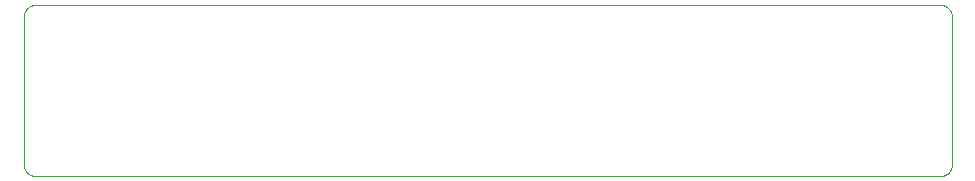
<source format=gbr>
%TF.GenerationSoftware,KiCad,Pcbnew,6.0.11-2627ca5db0~126~ubuntu22.04.1*%
%TF.CreationDate,2025-05-27T11:14:05+02:00*%
%TF.ProjectId,qPocketPCR_Lid,71506f63-6b65-4745-9043-525f4c69642e,rev?*%
%TF.SameCoordinates,Original*%
%TF.FileFunction,Profile,NP*%
%FSLAX46Y46*%
G04 Gerber Fmt 4.6, Leading zero omitted, Abs format (unit mm)*
G04 Created by KiCad (PCBNEW 6.0.11-2627ca5db0~126~ubuntu22.04.1) date 2025-05-27 11:14:05*
%MOMM*%
%LPD*%
G01*
G04 APERTURE LIST*
%TA.AperFunction,Profile*%
%ADD10C,0.099999*%
%TD*%
G04 APERTURE END LIST*
D10*
X130420736Y-106593418D02*
X130420736Y-106551083D01*
X130166738Y-106974423D02*
X130187902Y-106953251D01*
X52358068Y-92898587D02*
X52358068Y-92898587D01*
X52633237Y-107228421D02*
X52675573Y-107228421D01*
X52675573Y-107228421D02*
X52717901Y-107228421D01*
X129722234Y-107228421D02*
X129722234Y-107228421D01*
X129891576Y-107164921D02*
X129891576Y-107164921D01*
X130357244Y-93300755D02*
X130336065Y-93258419D01*
X130293737Y-106805088D02*
X130314901Y-106783917D01*
X130272573Y-93152584D02*
X130272573Y-93152584D01*
X130124410Y-106995587D02*
X130166738Y-106974423D01*
X51977071Y-93343083D02*
X51977071Y-93343083D01*
X51934736Y-106593418D02*
X51955899Y-106614590D01*
X51892400Y-93660588D02*
X51892400Y-93702915D01*
X130420736Y-106551083D02*
X130441900Y-106508755D01*
X129595235Y-107249584D02*
X129637578Y-107228421D01*
X130463079Y-106339421D02*
X130463079Y-106297085D01*
X52760236Y-107249584D02*
X52802572Y-107249584D01*
X52442739Y-92856251D02*
X52400403Y-92877415D01*
X52802572Y-92750416D02*
X52802572Y-92750416D01*
X52675573Y-92771588D02*
X52675573Y-92771588D01*
X52082906Y-106847416D02*
X52082906Y-106847416D01*
X130230245Y-106910923D02*
X130230245Y-106910923D01*
X129891576Y-92835087D02*
X129891576Y-92835087D01*
X52019407Y-93258419D02*
X52019407Y-93258419D01*
X52167569Y-106932087D02*
X52167569Y-106932087D01*
X130166738Y-93025585D02*
X130166738Y-93025585D01*
X52294568Y-107059086D02*
X52315740Y-107080250D01*
X130399572Y-93385418D02*
X130378408Y-93343083D01*
X52442739Y-92856251D02*
X52442739Y-92856251D01*
X130336065Y-93258419D02*
X130336065Y-93258419D01*
X130060903Y-107059086D02*
X130060903Y-107059086D01*
X52844907Y-92750416D02*
X52802572Y-92750416D01*
X52040570Y-93237255D02*
X52019407Y-93258419D01*
X130420736Y-93427754D02*
X130399572Y-93385418D01*
X129806905Y-92813916D02*
X129806905Y-92813916D01*
X52336904Y-92919751D02*
X52294568Y-92940922D01*
X51892400Y-93745251D02*
X51892400Y-106254750D01*
X52125234Y-106910923D02*
X52125234Y-106910923D01*
X52633237Y-92792752D02*
X52633237Y-92792752D01*
X129510564Y-107249584D02*
X129552907Y-107249584D01*
X129806905Y-107186085D02*
X129806905Y-107186085D01*
X129891576Y-92835087D02*
X129849233Y-92835087D01*
X130060903Y-92940922D02*
X130039739Y-92919751D01*
X51955899Y-93385418D02*
X51955899Y-93385418D01*
X52188733Y-106974423D02*
X52188733Y-106974423D01*
X129468236Y-107249584D02*
X129510564Y-107249584D01*
X129997411Y-107101422D02*
X130039739Y-107080250D01*
X129764577Y-107207257D02*
X129764577Y-107207257D01*
X130399572Y-93385418D02*
X130399572Y-93385418D01*
X51913572Y-106508755D02*
X51934736Y-106551083D01*
X51892400Y-93618252D02*
X51892400Y-93618252D01*
X51913572Y-106466420D02*
X51913572Y-106466420D01*
X130314901Y-106783917D02*
X130336065Y-106741589D01*
X52548574Y-107186085D02*
X52548574Y-107186085D01*
X52400403Y-92877415D02*
X52400403Y-92877415D01*
X52040570Y-106783917D02*
X52040570Y-106783917D01*
X52040570Y-93237255D02*
X52040570Y-93237255D01*
X130399572Y-106635754D02*
X130399572Y-106635754D01*
X52188733Y-93025585D02*
X52167569Y-93067921D01*
X130441900Y-106508755D02*
X130441900Y-106508755D01*
X129849233Y-107186085D02*
X129849233Y-107186085D01*
X130039739Y-92919751D02*
X129997411Y-92898587D01*
X130103231Y-107037922D02*
X130103231Y-107037922D01*
X130378408Y-106656918D02*
X130378408Y-106656918D01*
X51913572Y-93533589D02*
X51913572Y-93533589D01*
X51892400Y-93618252D02*
X51892400Y-93660588D01*
X51934736Y-93427754D02*
X51934736Y-93448918D01*
X51892400Y-106297085D02*
X51892400Y-106339421D01*
X52760236Y-92771588D02*
X52760236Y-92771588D01*
X129468236Y-92750416D02*
X52887235Y-92750416D01*
X130187902Y-93067921D02*
X130187902Y-93067921D01*
X51892400Y-93575917D02*
X51892400Y-93575917D01*
X52717901Y-92771588D02*
X52675573Y-92771588D01*
X129764577Y-107207257D02*
X129806905Y-107186085D01*
X129764577Y-92792752D02*
X129722234Y-92792752D01*
X130124410Y-93004422D02*
X130124410Y-93004422D01*
X130251409Y-93131420D02*
X130230245Y-93089085D01*
X130378408Y-106656918D02*
X130399572Y-106635754D01*
X130272573Y-106847416D02*
X130272573Y-106847416D01*
X130272573Y-93152584D02*
X130251409Y-93131420D01*
X129933904Y-92856251D02*
X129933904Y-92856251D01*
X130166738Y-93025585D02*
X130124410Y-93004422D01*
X130463079Y-106297085D02*
X130463079Y-106297085D01*
X130357244Y-93300755D02*
X130357244Y-93300755D01*
X130187902Y-106953251D02*
X130230245Y-106910923D01*
X52082906Y-93152584D02*
X52082906Y-93152584D01*
X51892400Y-106254750D02*
X51892400Y-106297085D01*
X129849233Y-92835087D02*
X129806905Y-92813916D01*
X130441900Y-106508755D02*
X130441900Y-106466420D01*
X130463079Y-93618252D02*
X130463079Y-93618252D01*
X129552907Y-92750416D02*
X129510564Y-92750416D01*
X129679906Y-107228421D02*
X129722234Y-107228421D01*
X51892400Y-93660588D02*
X51892400Y-93660588D01*
X52463903Y-107164921D02*
X52463903Y-107164921D01*
X130060903Y-92940922D02*
X130060903Y-92940922D01*
X51892400Y-93575917D02*
X51892400Y-93618252D01*
X129849233Y-107186085D02*
X129891576Y-107164921D01*
X52506238Y-92835087D02*
X52463903Y-92835087D01*
X52463903Y-107164921D02*
X52506238Y-107186085D01*
X130463079Y-93660588D02*
X130463079Y-93660588D01*
X130230245Y-106910923D02*
X130251409Y-106889752D01*
X52104070Y-106868588D02*
X52104070Y-106868588D01*
X129806905Y-107186085D02*
X129849233Y-107186085D01*
X130103231Y-92983250D02*
X130103231Y-92983250D01*
X130463079Y-106424084D02*
X130463079Y-106424084D01*
X52400403Y-92877415D02*
X52358068Y-92898587D01*
X52019407Y-106741589D02*
X52019407Y-106741589D01*
X52717901Y-107228421D02*
X52717901Y-107228421D01*
X52717901Y-92771588D02*
X52717901Y-92771588D01*
X51892400Y-93702915D02*
X51892400Y-93745251D01*
X130441900Y-106466420D02*
X130441900Y-106466420D01*
X130314901Y-106783917D02*
X130314901Y-106783917D01*
X130293737Y-93194920D02*
X130272573Y-93152584D01*
X130103231Y-107037922D02*
X130124410Y-106995587D01*
X52400403Y-107122586D02*
X52442739Y-107143750D01*
X51977071Y-106656918D02*
X51977071Y-106656918D01*
X52231069Y-93004422D02*
X52231069Y-93004422D01*
X129637578Y-107228421D02*
X129637578Y-107228421D01*
X130124410Y-93004422D02*
X130103231Y-92983250D01*
X52146405Y-93089085D02*
X52146405Y-93089085D01*
X51998235Y-93300755D02*
X51977071Y-93343083D01*
X51977071Y-106656918D02*
X51998235Y-106699253D01*
X51955899Y-106614590D02*
X51977071Y-106656918D01*
X130420736Y-106593418D02*
X130420736Y-106593418D01*
X52358068Y-107101422D02*
X52358068Y-107101422D01*
X129552907Y-92750416D02*
X129552907Y-92750416D01*
X52463903Y-92835087D02*
X52442739Y-92856251D01*
X130463079Y-106339421D02*
X130463079Y-106339421D01*
X52019407Y-93258419D02*
X51998235Y-93300755D01*
X130441900Y-93533589D02*
X130441900Y-93533589D01*
X51913572Y-93491253D02*
X51913572Y-93533589D01*
X130420736Y-106551083D02*
X130420736Y-106551083D01*
X52104070Y-106868588D02*
X52125234Y-106910923D01*
X52252233Y-107037922D02*
X52294568Y-107059086D01*
X52400403Y-107122586D02*
X52400403Y-107122586D01*
X130124410Y-106995587D02*
X130124410Y-106995587D01*
X51934736Y-93448918D02*
X51913572Y-93491253D01*
X52231069Y-106995587D02*
X52231069Y-106995587D01*
X130463079Y-93745251D02*
X130463079Y-93702915D01*
X52040570Y-106783917D02*
X52061734Y-106805088D01*
X52252233Y-107037922D02*
X52252233Y-107037922D01*
X52887235Y-92750416D02*
X52844907Y-92750416D01*
X51892400Y-106339421D02*
X51892400Y-106339421D01*
X130463079Y-93575917D02*
X130463079Y-93575917D01*
X52548574Y-92813916D02*
X52548574Y-92813916D01*
X130463079Y-93702915D02*
X130463079Y-93660588D01*
X51892400Y-93702915D02*
X51892400Y-93702915D01*
X130187902Y-93067921D02*
X130166738Y-93025585D01*
X52019407Y-106741589D02*
X52040570Y-106783917D01*
X52125234Y-106910923D02*
X52167569Y-106932087D01*
X129637578Y-107228421D02*
X129679906Y-107228421D01*
X51955899Y-93385418D02*
X51934736Y-93427754D01*
X51934736Y-93427754D02*
X51934736Y-93427754D01*
X52760236Y-107249584D02*
X52760236Y-107249584D01*
X130039739Y-107080250D02*
X130039739Y-107080250D01*
X129849233Y-92835087D02*
X129849233Y-92835087D01*
X52675573Y-92771588D02*
X52633237Y-92792752D01*
X130314901Y-93237255D02*
X130293737Y-93194920D01*
X130187902Y-106953251D02*
X130187902Y-106953251D01*
X129933904Y-92856251D02*
X129891576Y-92835087D01*
X130251409Y-106889752D02*
X130251409Y-106889752D01*
X129764577Y-92792752D02*
X129764577Y-92792752D01*
X52315740Y-107080250D02*
X52358068Y-107101422D01*
X51913572Y-106466420D02*
X51913572Y-106508755D01*
X52061734Y-106805088D02*
X52061734Y-106805088D01*
X52802572Y-92750416D02*
X52760236Y-92771588D01*
X130441900Y-93533589D02*
X130441900Y-93512417D01*
X51934736Y-93448918D02*
X51934736Y-93448918D01*
X51998235Y-106699253D02*
X51998235Y-106699253D01*
X129955068Y-92877415D02*
X129933904Y-92856251D01*
X52336904Y-92919751D02*
X52336904Y-92919751D01*
X52061734Y-106805088D02*
X52082906Y-106847416D01*
X52294568Y-92940922D02*
X52294568Y-92940922D01*
X129722234Y-92792752D02*
X129679906Y-92771588D01*
X129806905Y-92813916D02*
X129764577Y-92792752D01*
X52167569Y-106932087D02*
X52188733Y-106974423D01*
X52887235Y-107249584D02*
X129468236Y-107249584D01*
X52590902Y-92792752D02*
X52548574Y-92813916D01*
X130039739Y-107080250D02*
X130060903Y-107059086D01*
X52633237Y-107228421D02*
X52633237Y-107228421D01*
X51934736Y-106593418D02*
X51934736Y-106593418D01*
X129891576Y-107164921D02*
X129912740Y-107143750D01*
X130463079Y-93618252D02*
X130463079Y-93575917D01*
X51934736Y-106551083D02*
X51934736Y-106593418D01*
X52082906Y-93152584D02*
X52061734Y-93194920D01*
X129679906Y-107228421D02*
X129679906Y-107228421D01*
X130293737Y-106805088D02*
X130293737Y-106805088D01*
X52506238Y-107186085D02*
X52506238Y-107186085D01*
X52358068Y-107101422D02*
X52400403Y-107122586D01*
X52061734Y-93194920D02*
X52040570Y-93237255D01*
X52231069Y-106995587D02*
X52252233Y-107037922D01*
X130420736Y-93427754D02*
X130420736Y-93427754D01*
X129679906Y-92771588D02*
X129637578Y-92771588D01*
X129955068Y-92877415D02*
X129955068Y-92877415D01*
X52082906Y-106847416D02*
X52104070Y-106868588D01*
X52252233Y-92983250D02*
X52252233Y-92983250D01*
X130463079Y-106381756D02*
X130463079Y-106339421D01*
X130463079Y-106381756D02*
X130463079Y-106381756D01*
X52506238Y-92835087D02*
X52506238Y-92835087D01*
X130060903Y-107059086D02*
X130103231Y-107037922D01*
X52146405Y-93089085D02*
X52104070Y-93131420D01*
X51892400Y-106339421D02*
X51892400Y-106381756D01*
X129595235Y-92771588D02*
X129552907Y-92750416D01*
X130293737Y-93194920D02*
X130293737Y-93194920D01*
X130463079Y-106254750D02*
X130463079Y-93745251D01*
X51998235Y-93300755D02*
X51998235Y-93300755D01*
X130251409Y-93131420D02*
X130251409Y-93131420D01*
X52188733Y-93025585D02*
X52188733Y-93025585D01*
X129722234Y-107228421D02*
X129764577Y-107207257D01*
X51892400Y-106297085D02*
X51892400Y-106297085D01*
X130166738Y-106974423D02*
X130166738Y-106974423D01*
X52358068Y-92898587D02*
X52336904Y-92919751D01*
X130336065Y-93258419D02*
X130314901Y-93237255D01*
X52844907Y-107249584D02*
X52887235Y-107249584D01*
X129722234Y-92792752D02*
X129722234Y-92792752D01*
X52104070Y-93131420D02*
X52082906Y-93152584D01*
X130420736Y-93470082D02*
X130420736Y-93470082D01*
X130420736Y-93470082D02*
X130420736Y-93427754D01*
X130039739Y-92919751D02*
X130039739Y-92919751D01*
X52802572Y-107249584D02*
X52802572Y-107249584D01*
X52717901Y-107228421D02*
X52760236Y-107249584D01*
X51955899Y-106614590D02*
X51955899Y-106614590D01*
X129679906Y-92771588D02*
X129679906Y-92771588D01*
X52252233Y-92983250D02*
X52231069Y-93004422D01*
X51892400Y-106381756D02*
X51892400Y-106424084D01*
X51913572Y-93533589D02*
X51892400Y-93575917D01*
X52548574Y-107186085D02*
X52590902Y-107207257D01*
X129552907Y-107249584D02*
X129552907Y-107249584D01*
X130336065Y-106741589D02*
X130357244Y-106699253D01*
X130314901Y-93237255D02*
X130314901Y-93237255D01*
X130441900Y-93512417D02*
X130441900Y-93512417D01*
X52590902Y-107207257D02*
X52590902Y-107207257D01*
X52844907Y-107249584D02*
X52844907Y-107249584D01*
X129510564Y-92750416D02*
X129468236Y-92750416D01*
X130251409Y-106889752D02*
X130272573Y-106847416D01*
X52315740Y-107080250D02*
X52315740Y-107080250D01*
X52188733Y-106974423D02*
X52231069Y-106995587D01*
X130103231Y-92983250D02*
X130060903Y-92940922D01*
X129595235Y-92771588D02*
X129595235Y-92771588D01*
X129552907Y-107249584D02*
X129595235Y-107249584D01*
X129955068Y-107122586D02*
X129997411Y-107101422D01*
X52675573Y-107228421D02*
X52675573Y-107228421D01*
X130336065Y-106741589D02*
X130336065Y-106741589D01*
X52590902Y-92792752D02*
X52590902Y-92792752D01*
X130230245Y-93089085D02*
X130230245Y-93089085D01*
X51913572Y-93491253D02*
X51913572Y-93491253D01*
X52802572Y-107249584D02*
X52844907Y-107249584D01*
X52104070Y-93131420D02*
X52104070Y-93131420D01*
X130357244Y-106699253D02*
X130378408Y-106656918D01*
X52590902Y-107207257D02*
X52633237Y-107228421D01*
X130463079Y-106424084D02*
X130463079Y-106381756D01*
X129595235Y-107249584D02*
X129595235Y-107249584D01*
X130463079Y-106297085D02*
X130463079Y-106254750D01*
X52294568Y-107059086D02*
X52294568Y-107059086D01*
X51913572Y-106508755D02*
X51913572Y-106508755D01*
X52760236Y-92771588D02*
X52717901Y-92771588D01*
X129637578Y-92771588D02*
X129637578Y-92771588D01*
X52294568Y-92940922D02*
X52252233Y-92983250D01*
X130441900Y-106466420D02*
X130463079Y-106424084D01*
X129997411Y-92898587D02*
X129997411Y-92898587D01*
X51998235Y-106699253D02*
X52019407Y-106741589D01*
X51934736Y-106551083D02*
X51934736Y-106551083D01*
X130463079Y-93575917D02*
X130441900Y-93533589D01*
X52231069Y-93004422D02*
X52188733Y-93025585D01*
X129997411Y-107101422D02*
X129997411Y-107101422D01*
X51892400Y-106424084D02*
X51892400Y-106424084D01*
X130378408Y-93343083D02*
X130378408Y-93343083D01*
X52844907Y-92750416D02*
X52844907Y-92750416D01*
X52548574Y-92813916D02*
X52506238Y-92835087D01*
X130378408Y-93343083D02*
X130357244Y-93300755D01*
X52442739Y-107143750D02*
X52442739Y-107143750D01*
X52506238Y-107186085D02*
X52548574Y-107186085D01*
X130272573Y-106847416D02*
X130293737Y-106805088D01*
X130357244Y-106699253D02*
X130357244Y-106699253D01*
X51892400Y-106381756D02*
X51892400Y-106381756D01*
X129912740Y-107143750D02*
X129912740Y-107143750D01*
X130463079Y-93702915D02*
X130463079Y-93702915D01*
X52463903Y-92835087D02*
X52463903Y-92835087D01*
X129955068Y-107122586D02*
X129955068Y-107122586D01*
X129912740Y-107143750D02*
X129955068Y-107122586D01*
X52633237Y-92792752D02*
X52590902Y-92792752D01*
X52167569Y-93067921D02*
X52146405Y-93089085D01*
X52442739Y-107143750D02*
X52463903Y-107164921D01*
X130230245Y-93089085D02*
X130187902Y-93067921D01*
X51892400Y-106424084D02*
X51913572Y-106466420D01*
X52167569Y-93067921D02*
X52167569Y-93067921D01*
X130441900Y-93512417D02*
X130420736Y-93470082D01*
X130463079Y-93660588D02*
X130463079Y-93618252D01*
X129510564Y-107249584D02*
X129510564Y-107249584D01*
X51977071Y-93343083D02*
X51955899Y-93385418D01*
X129510564Y-92750416D02*
X129510564Y-92750416D01*
X129637578Y-92771588D02*
X129595235Y-92771588D01*
X129997411Y-92898587D02*
X129955068Y-92877415D01*
X52061734Y-93194920D02*
X52061734Y-93194920D01*
X130399572Y-106635754D02*
X130420736Y-106593418D01*
M02*

</source>
